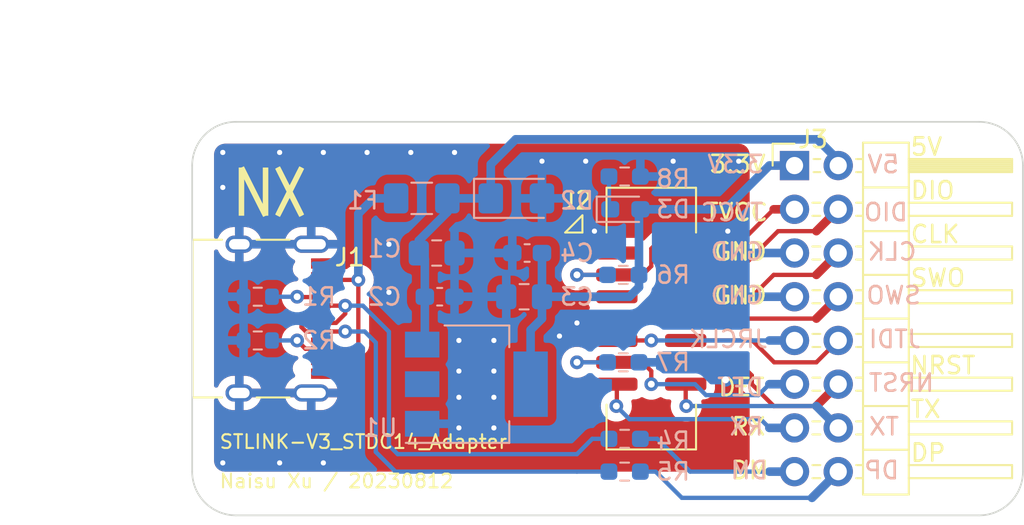
<source format=kicad_pcb>
(kicad_pcb (version 20221018) (generator pcbnew)
  (layers (0 "F.Cu" signal) (31 "B.Cu" signal) (34 "B.Paste" user) (35 "F.Paste" user) (36 "B.SilkS" user "B.Silkscreen") (37 "F.SilkS" user "F.Silkscreen") (38 "B.Mask" user) (39 "F.Mask" user) (44 "Edge.Cuts" user))
  (net 0 "")
  (net 1 "+5V")
  (net 2 "GND")
  (net 3 "+3V3")
  (net 4 "Net-(J3-Pin_15)")
  (net 5 "Net-(D3-K)")
  (net 6 "/5Vin")
  (net 7 "Net-(J1-CC1)")
  (net 8 "/DP")
  (net 9 "/DM")
  (net 11 "Net-(J1-CC2)")
  (net 15 "/T-VCC")
  (net 16 "/JTMS{slash}SWDIO")
  (net 17 "/JCLK{slash}SWCLK")
  (net 18 "/JTDO{slash}SWO")
  (net 19 "/JRCLK")
  (net 20 "/JTDI")
  (net 21 "/GNDDETECT")
  (net 22 "/NRST")
  (net 23 "/RX")
  (net 24 "/TX")
  (net 25 "Net-(J3-Pin_16)")
  (footprint "Connector_PinHeader_2.54mm:PinHeader_2x08_P2.54mm_Horizontal" (layer "F.Cu") (at 151.83 77.47)
    (fp_text reference "J3" (at 1.078 -1.524) (layer "F.SilkS"))
    (fp_text value "DC3")
    (fp_line (start -1.27 -1.27) (end 0 -1.27) (stroke (width 0.12)) (layer "F.SilkS"))
    (fp_line (start -1.27 0) (end -1.27 -1.27) (stroke (width 0.12)) (layer "F.SilkS"))
    (fp_line (start 1.042929 2.16) (end 1.497071 2.16) (stroke (width 0.12)) (layer "F.SilkS"))
    (fp_line (start 1.042929 2.92) (end 1.497071 2.92) (stroke (width 0.12)) (layer "F.SilkS"))
    (fp_line (start 1.042929 4.7) (end 1.497071 4.7) (stroke (width 0.12)) (layer "F.SilkS"))
    (fp_line (start 1.042929 5.46) (end 1.497071 5.46) (stroke (width 0.12)) (layer "F.SilkS"))
    (fp_line (start 1.042929 7.24) (end 1.497071 7.24) (stroke (width 0.12)) (layer "F.SilkS"))
    (fp_line (start 1.042929 8) (end 1.497071 8) (stroke (width 0.12)) (layer "F.SilkS"))
    (fp_line (start 1.042929 9.78) (end 1.497071 9.78) (stroke (width 0.12)) (layer "F.SilkS"))
    (fp_line (start 1.042929 10.54) (end 1.497071 10.54) (stroke (width 0.12)) (layer "F.SilkS"))
    (fp_line (start 1.042929 12.32) (end 1.497071 12.32) (stroke (width 0.12)) (layer "F.SilkS"))
    (fp_line (start 1.042929 13.08) (end 1.497071 13.08) (stroke (width 0.12)) (layer "F.SilkS"))
    (fp_line (start 1.042929 14.86) (end 1.497071 14.86) (stroke (width 0.12)) (layer "F.SilkS"))
    (fp_line (start 1.042929 15.62) (end 1.497071 15.62) (stroke (width 0.12)) (layer "F.SilkS"))
    (fp_line (start 1.042929 17.4) (end 1.497071 17.4) (stroke (width 0.12)) (layer "F.SilkS"))
    (fp_line (start 1.042929 18.16) (end 1.497071 18.16) (stroke (width 0.12)) (layer "F.SilkS"))
    (fp_line (start 1.11 -0.38) (end 1.497071 -0.38) (stroke (width 0.12)) (layer "F.SilkS"))
    (fp_line (start 1.11 0.38) (end 1.497071 0.38) (stroke (width 0.12)) (layer "F.SilkS"))
    (fp_line (start 3.582929 -0.38) (end 3.98 -0.38) (stroke (width 0.12)) (layer "F.SilkS"))
    (fp_line (start 3.582929 0.38) (end 3.98 0.38) (stroke (width 0.12)) (layer "F.SilkS"))
    (fp_line (start 3.582929 2.16) (end 3.98 2.16) (stroke (width 0.12)) (layer "F.SilkS"))
    (fp_line (start 3.582929 2.92) (end 3.98 2.92) (stroke (width 0.12)) (layer "F.SilkS"))
    (fp_line (start 3.582929 4.7) (end 3.98 4.7) (stroke (width 0.12)) (layer "F.SilkS"))
    (fp_line (start 3.582929 5.46) (end 3.98 5.46) (stroke (width 0.12)) (layer "F.SilkS"))
    (fp_line (start 3.582929 7.24) (end 3.98 7.24) (stroke (width 0.12)) (layer "F.SilkS"))
    (fp_line (start 3.582929 8) (end 3.98 8) (stroke (width 0.12)) (layer "F.SilkS"))
    (fp_line (start 3.582929 9.78) (end 3.98 9.78) (stroke (width 0.12)) (layer "F.SilkS"))
    (fp_line (start 3.582929 10.54) (end 3.98 10.54) (stroke (width 0.12)) (layer "F.SilkS"))
    (fp_line (start 3.582929 12.32) (end 3.98 12.32) (stroke (width 0.12)) (layer "F.SilkS"))
    (fp_line (start 3.582929 13.08) (end 3.98 13.08) (stroke (width 0.12)) (layer "F.SilkS"))
    (fp_line (start 3.582929 14.86) (end 3.98 14.86) (stroke (width 0.12)) (layer "F.SilkS"))
    (fp_line (start 3.582929 15.62) (end 3.98 15.62) (stroke (width 0.12)) (layer "F.SilkS"))
    (fp_line (start 3.582929 17.4) (end 3.98 17.4) (stroke (width 0.12)) (layer "F.SilkS"))
    (fp_line (start 3.582929 18.16) (end 3.98 18.16) (stroke (width 0.12)) (layer "F.SilkS"))
    (fp_line (start 3.98 -1.33) (end 3.98 19.11) (stroke (width 0.12)) (layer "F.SilkS"))
    (fp_line (start 3.98 1.27) (end 6.64 1.27) (stroke (width 0.12)) (layer "F.SilkS"))
    (fp_line (start 3.98 3.81) (end 6.64 3.81) (stroke (width 0.12)) (layer "F.SilkS"))
    (fp_line (start 3.98 6.35) (end 6.64 6.35) (stroke (width 0.12)) (layer "F.SilkS"))
    (fp_line (start 3.98 8.89) (end 6.64 8.89) (stroke (width 0.12)) (layer "F.SilkS"))
    (fp_line (start 3.98 11.43) (end 6.64 11.43) (stroke (width 0.12)) (layer "F.SilkS"))
    (fp_line (start 3.98 13.97) (end 6.64 13.97) (stroke (width 0.12)) (layer "F.SilkS"))
    (fp_line (start 3.98 16.51) (end 6.64 16.51) (stroke (width 0.12)) (layer "F.SilkS"))
    (fp_line (start 3.98 19.11) (end 6.64 19.11) (stroke (width 0.12)) (layer "F.SilkS"))
    (fp_line (start 6.64 -1.33) (end 3.98 -1.33) (stroke (width 0.12)) (layer "F.SilkS"))
    (fp_line (start 6.64 -0.38) (end 12.64 -0.38) (stroke (width 0.12)) (layer "F.SilkS"))
    (fp_line (start 6.64 -0.32) (end 12.64 -0.32) (stroke (width 0.12)) (layer "F.SilkS"))
    (fp_line (start 6.64 -0.2) (end 12.64 -0.2) (stroke (width 0.12)) (layer "F.SilkS"))
    (fp_line (start 6.64 -0.08) (end 12.64 -0.08) (stroke (width 0.12)) (layer "F.SilkS"))
    (fp_line (start 6.64 0.04) (end 12.64 0.04) (stroke (width 0.12)) (layer "F.SilkS"))
    (fp_line (start 6.64 0.16) (end 12.64 0.16) (stroke (width 0.12)) (layer "F.SilkS"))
    (fp_line (start 6.64 0.28) (end 12.64 0.28) (stroke (width 0.12)) (layer "F.SilkS"))
    (fp_line (start 6.64 2.16) (end 12.64 2.16) (stroke (width 0.12)) (layer "F.SilkS"))
    (fp_line (start 6.64 4.7) (end 12.64 4.7) (stroke (width 0.12)) (layer "F.SilkS"))
    (fp_line (start 6.64 7.24) (end 12.64 7.24) (stroke (width 0.12)) (layer "F.SilkS"))
    (fp_line (start 6.64 9.78) (end 12.64 9.78) (stroke (width 0.12)) (layer "F.SilkS"))
    (fp_line (start 6.64 12.32) (end 12.64 12.32) (stroke (width 0.12)) (layer "F.SilkS"))
    (fp_line (start 6.64 14.86) (end 12.64 14.86) (stroke (width 0.12)) (layer "F.SilkS"))
    (fp_line (start 6.64 17.4) (end 12.64 17.4) (stroke (width 0.12)) (layer "F.SilkS"))
    (fp_line (start 6.64 19.11) (end 6.64 -1.33) (stroke (width 0.12)) (layer "F.SilkS"))
    (fp_line (start 12.64 -0.38) (end 12.64 0.38) (stroke (width 0.12)) (layer "F.SilkS"))
    (fp_line (start 12.64 0.38) (end 6.64 0.38) (stroke (width 0.12)) (layer "F.SilkS"))
    (fp_line (start 12.64 2.16) (end 12.64 2.92) (stroke (width 0.12)) (layer "F.SilkS"))
    (fp_line (start 12.64 2.92) (end 6.64 2.92) (stroke (width 0.12)) (layer "F.SilkS"))
    (fp_line (start 12.64 4.7) (end 12.64 5.46) (stroke (width 0.12)) (layer "F.SilkS"))
    (fp_line (start 12.64 5.46) (end 6.64 5.46) (stroke (width 0.12)) (layer "F.SilkS"))
    (fp_line (start 12.64 7.24) (end 12.64 8) (stroke (width 0.12)) (layer "F.SilkS"))
    (fp_line (start 12.64 8) (end 6.64 8) (stroke (width 0.12)) (layer "F.SilkS"))
    (fp_line (start 12.64 9.78) (end 12.64 10.54) (stroke (width 0.12)) (layer "F.SilkS"))
    (fp_line (start 12.64 10.54) (end 6.64 10.54) (stroke (width 0.12)) (layer "F.SilkS"))
    (fp_line (start 12.64 12.32) (end 12.64 13.08) (stroke (width 0.12)) (layer "F.SilkS"))
    (fp_line (start 12.64 13.08) (end 6.64 13.08) (stroke (width 0.12)) (layer "F.SilkS"))
    (fp_line (start 12.64 14.86) (end 12.64 15.62) (stroke (width 0.12)) (layer "F.SilkS"))
    (fp_line (start 12.64 15.62) (end 6.64 15.62) (stroke (width 0.12)) (layer "F.SilkS"))
    (fp_line (start 12.64 17.4) (end 12.64 18.16) (stroke (width 0.12)) (layer "F.SilkS"))
    (fp_line (start 12.64 18.16) (end 6.64 18.16) (stroke (width 0.12)) (layer "F.SilkS"))
    (pad "1" thru_hole rect (at 0 0) (size 1.7 1.7) (drill 1) (layers "*.Cu" "*.Mask") (net 3 "+3V3"))
    (pad "2" thru_hole oval (at 2.54 0) (size 1.7 1.7) (drill 1) (layers "*.Cu" "*.Mask") (net 1 "+5V"))
    (pad "3" thru_hole oval (at 0 2.54) (size 1.7 1.7) (drill 1) (layers "*.Cu" "*.Mask") (net 15 "/T-VCC"))
    (pad "4" thru_hole oval (at 2.54 2.54) (size 1.7 1.7) (drill 1) (layers "*.Cu" "*.Mask") (net 16 "/JTMS{slash}SWDIO"))
    (pad "5" thru_hole oval (at 0 5.08) (size 1.7 1.7) (drill 1) (layers "*.Cu" "*.Mask") (net 2 "GND"))
    (pad "6" thru_hole oval (at 2.54 5.08) (size 1.7 1.7) (drill 1) (layers "*.Cu" "*.Mask") (net 17 "/JCLK{slash}SWCLK"))
    (pad "7" thru_hole oval (at 0 7.62) (size 1.7 1.7) (drill 1) (layers "*.Cu" "*.Mask") (net 2 "GND"))
    (pad "8" thru_hole oval (at 2.54 7.62) (size 1.7 1.7) (drill 1) (layers "*.Cu" "*.Mask") (net 18 "/JTDO{slash}SWO"))
    (pad "9" thru_hole oval (at 0 10.16) (size 1.7 1.7) (drill 1) (layers "*.Cu" "*.Mask") (net 19 "/JRCLK"))
    (pad "10" thru_hole oval (at 2.54 10.16) (size 1.7 1.7) (drill 1) (layers "*.Cu" "*.Mask") (net 20 "/JTDI"))
    (pad "11" thru_hole oval (at 0 12.7) (size 1.7 1.7) (drill 1) (layers "*.Cu" "*.Mask") (net 21 "/GNDDETECT"))
    (pad "12" thru_hole oval (at 2.54 12.7) (size 1.7 1.7) (drill 1) (layers "*.Cu" "*.Mask") (net 22 "/NRST"))
    (pad "13" thru_hole oval (at 0 15.24) (size 1.7 1.7) (drill 1) (layers "*.Cu" "*.Mask") (net 23 "/RX"))
    (pad "14" thru_hole oval (at 2.54 15.24) (size 1.7 1.7) (drill 1) (layers "*.Cu" "*.Mask") (net 24 "/TX"))
    (pad "15" thru_hole oval (at 0 17.78) (size 1.7 1.7) (drill 1) (layers "*.Cu" "*.Mask") (net 4 "Net-(J3-Pin_15)"))
    (pad "16" thru_hole oval (at 2.54 17.78) (size 1.7 1.7) (drill 1) (layers "*.Cu" "*.Mask") (net 25 "Net-(J3-Pin_16)"))
  )
  (footprint "0_ungrouped:USB_C_16P_4Foot8.64mm" (layer "F.Cu") (at 120.65 86.36 -90)
    (fp_text reference "J1" (at -3.556 -5.334 -180) (layer "F.SilkS"))
    (fp_text value "USB_C_16P")
    (fp_line (start -4.58 -1.85) (end -4.58 0.07) (stroke (width 0.12)) (layer "F.SilkS"))
    (fp_line (start -4.58 3.785) (end -4.58 2.08) (stroke (width 0.12)) (layer "F.SilkS"))
    (fp_line (start 4.58 0.07) (end 4.58 -1.85) (stroke (width 0.12)) (layer "F.SilkS"))
    (fp_line (start 4.58 2.08) (end 4.58 3.785) (stroke (width 0.12)) (layer "F.SilkS"))
    (fp_line (start 4.58 3.785) (end -4.58 3.785) (stroke (width 0.12)) (layer "F.SilkS"))
    (pad "" np_thru_hole circle (at -2.89 -2.605 270) (size 0.65 0.65) (drill 0.65) (layers "*.Cu" "*.Mask"))
    (pad "" np_thru_hole circle (at 2.89 -2.605 270) (size 0.65 0.65) (drill 0.65) (layers "*.Cu" "*.Mask"))
    (pad "A1" smd rect (at -3.35 -3.67 270) (size 0.3 1.15) (layers "F.Cu" "F.Paste" "F.Mask") (net 2 "GND"))
    (pad "A4" smd rect (at -2.55 -3.67 270) (size 0.3 1.15) (layers "F.Cu" "F.Paste" "F.Mask") (net 6 "/5Vin"))
    (pad "A5" smd rect (at -1.25 -3.67 270) (size 0.3 1.15) (layers "F.Cu" "F.Paste" "F.Mask") (net 7 "Net-(J1-CC1)"))
    (pad "A6" smd rect (at -0.25 -3.67 270) (size 0.3 1.15) (layers "F.Cu" "F.Paste" "F.Mask") (net 8 "/DP"))
    (pad "A7" smd rect (at 0.25 -3.67 270) (size 0.3 1.15) (layers "F.Cu" "F.Paste" "F.Mask") (net 9 "/DM"))
    (pad "A8" smd rect (at 1.25 -3.67 270) (size 0.3 1.15) (layers "F.Cu" "F.Paste" "F.Mask"))
    (pad "A9" smd rect (at 2.55 -3.67 270) (size 0.3 1.15) (layers "F.Cu" "F.Paste" "F.Mask") (net 6 "/5Vin"))
    (pad "A12" smd rect (at 3.35 -3.67 270) (size 0.3 1.15) (layers "F.Cu" "F.Paste" "F.Mask") (net 2 "GND"))
    (pad "B1" smd rect (at 3.05 -3.67 270) (size 0.3 1.15) (layers "F.Cu" "F.Paste" "F.Mask") (net 2 "GND"))
    (pad "B4" smd rect (at 2.25 -3.67 270) (size 0.3 1.15) (layers "F.Cu" "F.Paste" "F.Mask") (net 6 "/5Vin"))
    (pad "B5" smd rect (at 1.75 -3.67 270) (size 0.3 1.15) (layers "F.Cu" "F.Paste" "F.Mask") (net 11 "Net-(J1-CC2)"))
    (pad "B6" smd rect (at 0.75 -3.67 270) (size 0.3 1.15) (layers "F.Cu" "F.Paste" "F.Mask") (net 8 "/DP"))
    (pad "B7" smd rect (at -0.75 -3.67 270) (size 0.3 1.15) (layers "F.Cu" "F.Paste" "F.Mask") (net 9 "/DM"))
    (pad "B8" smd rect (at -1.75 -3.67 270) (size 0.3 1.15) (layers "F.Cu" "F.Paste" "F.Mask"))
    (pad "B9" smd rect (at -2.25 -3.67 270) (size 0.3 1.15) (layers "F.Cu" "F.Paste" "F.Mask") (net 6 "/5Vin"))
    (pad "B12" smd rect (at -3.05 -3.67 270) (size 0.3 1.15) (layers "F.Cu" "F.Paste" "F.Mask") (net 2 "GND"))
    (pad "S1" thru_hole oval (at -4.32 -3.105 270) (size 1 2.1) (drill oval 0.6 1.7) (layers "*.Cu" "*.Mask") (net 2 "GND"))
    (pad "S1" thru_hole oval (at -4.32 1.075 270) (size 1 1.6) (drill oval 0.6 1.2) (layers "*.Cu" "*.Mask") (net 2 "GND"))
    (pad "S1" thru_hole oval (at 4.32 -3.105 270) (size 1 2.1) (drill oval 0.6 1.7) (layers "*.Cu" "*.Mask") (net 2 "GND"))
    (pad "S1" thru_hole oval (at 4.32 1.075 270) (size 1 1.6) (drill oval 0.6 1.2) (layers "*.Cu" "*.Mask") (net 2 "GND"))
  )
  (footprint "0_ungrouped:DC3_SMD_14P_1.27mm" (layer "F.Cu") (at 143.51 86.36)
    (fp_text reference "J2" (at -4.318 -6.858 unlocked) (layer "F.SilkS"))
    (fp_text value "STDC14")
    (fp_line (start -5 -5) (end -4 -6) (stroke (width 0.12)) (layer "F.SilkS"))
    (fp_line (start -4 -6) (end -4 -5) (stroke (width 0.12)) (layer "F.SilkS"))
    (fp_line (start -4 -5) (end -5 -5) (stroke (width 0.12)) (layer "F.SilkS"))
    (fp_line (start -2.6 -7.6) (end 2.6 -7.6) (stroke (width 0.12)) (layer "F.SilkS"))
    (fp_line (start -2.6 -5) (end -2.6 -7.6) (stroke (width 0.12)) (layer "F.SilkS"))
    (fp_line (start -2.6 5) (end -2.6 7.6) (stroke (width 0.12)) (layer "F.SilkS"))
    (fp_line (start -2.6 7.6) (end 2.6 7.6) (stroke (width 0.12)) (layer "F.SilkS"))
    (fp_line (start 2.6 -7.6) (end 2.6 -5) (stroke (width 0.12)) (layer "F.SilkS"))
    (fp_line (start 2.6 7.6) (end 2.6 5) (stroke (width 0.12)) (layer "F.SilkS"))
    (pad "1" smd roundrect (at -2 -3.81) (size 2.4 0.76) (layers "F.Cu" "F.Paste" "F.Mask"))
    (pad "2" smd roundrect (at 2 -3.81) (size 2.4 0.76) (layers "F.Cu" "F.Paste" "F.Mask"))
    (pad "3" smd roundrect (at -2 -2.54) (size 2.4 0.76) (layers "F.Cu" "F.Paste" "F.Mask") (net 15 "/T-VCC"))
    (pad "4" smd roundrect (at 2 -2.54) (size 2.4 0.76) (layers "F.Cu" "F.Paste" "F.Mask") (net 16 "/JTMS{slash}SWDIO"))
    (pad "5" smd roundrect (at -2 -1.27) (size 2.4 0.76) (layers "F.Cu" "F.Paste" "F.Mask") (net 2 "GND"))
    (pad "6" smd roundrect (at 2 -1.27) (size 2.4 0.76) (layers "F.Cu" "F.Paste" "F.Mask") (net 17 "/JCLK{slash}SWCLK"))
    (pad "7" smd roundrect (at -2 0) (size 2.4 0.76) (layers "F.Cu" "F.Paste" "F.Mask") (net 2 "GND"))
    (pad "8" smd roundrect (at 2 0) (size 2.4 0.76) (layers "F.Cu" "F.Paste" "F.Mask") (net 18 "/JTDO{slash}SWO"))
    (pad "9" smd roundrect (at -2 1.27) (size 2.4 0.76) (layers "F.Cu" "F.Paste" "F.Mask") (net 19 "/JRCLK"))
    (pad "10" smd roundrect (at 2 1.27) (size 2.4 0.76) (layers "F.Cu" "F.Paste" "F.Mask") (net 20 "/JTDI"))
    (pad "11" smd roundrect (at -2 2.54) (size 2.4 0.76) (layers "F.Cu" "F.Paste" "F.Mask") (net 21 "/GNDDETECT"))
    (pad "12" smd roundrect (at 2 2.54) (size 2.4 0.76) (layers "F.Cu" "F.Paste" "F.Mask") (net 22 "/NRST"))
    (pad "13" smd roundrect (at -2 3.81) (size 2.4 0.76) (layers "F.Cu" "F.Paste" "F.Mask") (net 23 "/RX"))
    (pad "14" smd roundrect (at 2 3.81) (size 2.4 0.76) (layers "F.Cu" "F.Paste" "F.Mask") (net 24 "/TX"))
  )
  (footprint "0_ungrouped:logo-nx_4.0x3.0mm" (layer "F.Cu") (at 121.412 78.994)
    (fp_text reference "G***" hide)
    (fp_text value "LOGO" hide)
    (fp_poly (pts (xy -1.565071 -1.478724) (xy -1.560318 -1.469554) (xy -1.547163 -1.443579) (xy -1.526153 -1.401889) (xy -1.497834 -1.345573) (xy -1.462753 -1.275719) (xy -1.421455 -1.193417) (xy -1.374487 -1.099756) (xy -1.322395 -0.995826) (xy -1.265724 -0.882716) (xy -1.205023 -0.761514) (xy -1.140836 -0.633309) (xy -1.07371 -0.499192) (xy -1.016647 -0.385151) (xy -0.471103 0.705278) (xy -0.470552 -0.352639) (xy -0.47 -1.410555) (xy -0.15 -1.410555) (xy -0.15 1.390548) (xy -0.22525 1.390548) (xy -0.268017 1.391758) (xy -0.300973 1.396881) (xy -0.333369 1.408153) (xy -0.37 1.425562) (xy -0.403912 1.442174) (xy -0.430901 1.454521) (xy -0.446057 1.460378) (xy -0.447272 1.460575) (xy -0.452644 1.451805) (xy -0.466397 1.426216) (xy -0.487978 1.384894) (xy -0.516839 1.328924) (xy -0.552429 1.259389) (xy -0.594196 1.177374) (xy -0.641592 1.083964) (xy -0.694065 0.980243) (xy -0.751065 0.867296) (xy -0.812041 0.746208) (xy -0.876444 0.618062) (xy -0.943722 0.483944) (xy -1.001964 0.367645) (xy -1.548884 -0.725285) (xy -1.549442 0.332631) (xy -1.55 1.390548) (xy -1.87 1.390548) (xy -1.87 -1.410555) (xy -1.789751 -1.410555) (xy -1.745868 -1.411545) (xy -1.713002 -1.415923) (xy -1.682212 -1.425801) (xy -1.644554 -1.443288) (xy -1.638726 -1.446211) (xy -1.605332 -1.462499) (xy -1.579632 -1.474025) (xy -1.56607 -1.478827)) (fill solid) (layer "F.SilkS"))
    (fp_poly (pts (xy 1.664922 -1.476286) (xy 1.690768 -1.464673) (xy 1.726133 -1.447661) (xy 1.767277 -1.427169) (xy 1.810463 -1.405112) (xy 1.851951 -1.38341) (xy 1.888005 -1.363978) (xy 1.914884 -1.348735) (xy 1.928852 -1.339598) (xy 1.93 -1.338168) (xy 1.925634 -1.328186) (xy 1.913005 -1.301733) (xy 1.89281 -1.260225) (xy 1.86575 -1.205076) (xy 1.832523 -1.137703) (xy 1.793829 -1.059519) (xy 1.750367 -0.971941) (xy 1.702835 -0.876383) (xy 1.651935 -0.774261) (xy 1.599985 -0.670234) (xy 1.26997 -0.010004) (xy 1.599985 0.650226) (xy 1.653487 0.757365) (xy 1.704297 0.859312) (xy 1.751718 0.954654) (xy 1.795049 1.041973) (xy 1.833591 1.119857) (xy 1.866645 1.186888) (xy 1.893512 1.241652) (xy 1.913492 1.282735) (xy 1.925886 1.308719) (xy 1.93 1.318161) (xy 1.921621 1.324618) (xy 1.898979 1.337875) (xy 1.865812 1.356013) (xy 1.825857 1.377116) (xy 1.782854 1.399265) (xy 1.74054 1.420545) (xy 1.702654 1.439036) (xy 1.672934 1.452823) (xy 1.655119 1.459987) (xy 1.652332 1.460575) (xy 1.646659 1.451871) (xy 1.632875 1.426778) (xy 1.611764 1.386827) (xy 1.584112 1.33355) (xy 1.550705 1.268476) (xy 1.512328 1.193136) (xy 1.469766 1.109061) (xy 1.423805 1.017782) (xy 1.375231 0.920828) (xy 1.37 0.910359) (xy 1.321241 0.812915) (xy 1.275083 0.720982) (xy 1.232302 0.63609) (xy 1.193678 0.559767) (xy 1.159988 0.493543) (xy 1.132012 0.43895) (xy 1.110528 0.397516) (xy 1.096315 0.37077) (xy 1.09015 0.360244) (xy 1.09 0.360142) (xy 1.084742 0.368843) (xy 1.071352 0.393927) (xy 1.050608 0.433864) (xy 1.023289 0.487123) (xy 0.990173 0.552176) (xy 0.95204 0.627491) (xy 0.909666 0.711541) (xy 0.863832 0.802794) (xy 0.815314 0.899721) (xy 0.81 0.910359) (xy 0.761149 1.007822) (xy 0.714753 1.099753) (xy 0.671604 1.184624) (xy 0.632496 1.260904) (xy 0.598221 1.327064) (xy 0.569572 1.381575) (xy 0.547342 1.422906) (xy 0.532324 1.449528) (xy 0.52531 1.459912) (xy 0.525072 1.459998) (xy 0.512998 1.455497) (xy 0.486528 1.443497) (xy 0.449073 1.425609) (xy 0.404044 1.403444) (xy 0.3825 1.392645) (xy 0.336039 1.368739) (xy 0.296697 1.347558) (xy 0.267601 1.33086) (xy 0.251879 1.320404) (xy 0.25 1.318163) (xy 0.254365 1.308181) (xy 0.266994 1.281728) (xy 0.287189 1.240219) (xy 0.314249 1.18507) (xy 0.347476 1.117696) (xy 0.38617 1.039512) (xy 0.429633 0.951933) (xy 0.477164 0.856376) (xy 0.528065 0.754254) (xy 0.580014 0.650226) (xy 0.910029 -0.010004) (xy 0.580014 -0.670234) (xy 0.526512 -0.777372) (xy 0.475702 -0.87932) (xy 0.428281 -0.974661) (xy 0.38495 -1.061981) (xy 0.346408 -1.139864) (xy 0.313354 -1.206895) (xy 0.286487 -1.26166) (xy 0.266507 -1.302742) (xy 0.254113 -1.328726) (xy 0.25 -1.338168) (xy 0.258378 -1.344626) (xy 0.28102 -1.357882) (xy 0.314187 -1.37602) (xy 0.354142 -1.397123) (xy 0.397145 -1.419273) (xy 0.439459 -1.440552) (xy 0.477345 -1.459044) (xy 0.507065 -1.47283) (xy 0.52488 -1.479994) (xy 0.527667 -1.480583) (xy 0.53334 -1.471878) (xy 0.547124 -1.446785) (xy 0.568235 -1.406835) (xy 0.595887 -1.353557) (xy 0.629294 -1.288483) (xy 0.667671 -1.213143) (xy 0.710233 -1.129068) (xy 0.756194 -1.037789) (xy 0.804768 -0.940836) (xy 0.81 -0.930366) (xy 0.858758 -0.832923) (xy 0.904916 -0.74099) (xy 0.947697 -0.656097) (xy 0.986321 -0.579774) (xy 1.020011 -0.513551) (xy 1.047987 -0.458957) (xy 1.069471 -0.417523) (xy 1.083684 -0.390778) (xy 1.089849 -0.380251) (xy 1.09 -0.380149) (xy 1.095257 -0.388851) (xy 1.108647 -0.413934) (xy 1.129391 -0.453871) (xy 1.15671 -0.50713) (xy 1.189826 -0.572183) (xy 1.227959 -0.647499) (xy 1.270333 -0.731548) (xy 1.316167 -0.822801) (xy 1.364685 -0.919728) (xy 1.37 -0.930366) (xy 1.418803 -1.027827) (xy 1.465076 -1.119776) (xy 1.508033 -1.204681) (xy 1.546887 -1.281012) (xy 1.580854 -1.347238) (xy 1.609149 -1.401829) (xy 1.630985 -1.443254) (xy 1.645577 -1.469983) (xy 1.652141 -1.480484) (xy 1.652332 -1.480583)) (fill solid) (layer "F.SilkS"))
  )
  (footprint "Capacitor_SMD:C_0805_2012Metric_Pad1.18x1.45mm_HandSolder" (layer "B.Cu") (at 131.0425 82.55)
    (fp_text reference "C1" (at -3.0265 -0.254) (layer "B.SilkS") (effects (justify mirror)))
    (fp_text value "4.7uF")
    (fp_line (start -0.261252 -0.735) (end 0.261252 -0.735) (stroke (width 0.12)) (layer "B.SilkS"))
    (fp_line (start -0.261252 0.735) (end 0.261252 0.735) (stroke (width 0.12)) (layer "B.SilkS"))
    (pad "1" smd roundrect (at -1.0375 0) (size 1.175 1.45) (layers "B.Cu" "B.Paste" "B.Mask") (roundrect_rratio 0.2127659574) (net 1 "+5V"))
    (pad "2" smd roundrect (at 1.0375 0) (size 1.175 1.45) (layers "B.Cu" "B.Paste" "B.Mask") (roundrect_rratio 0.2127659574) (net 2 "GND"))
  )
  (footprint "Capacitor_SMD:C_0603_1608Metric_Pad1.08x0.95mm_HandSolder" (layer "B.Cu") (at 131.2175 85.09)
    (fp_text reference "C2" (at -3.2015 0) (layer "B.SilkS") (effects (justify mirror)))
    (fp_text value "100nF")
    (fp_line (start -0.146267 -0.51) (end 0.146267 -0.51) (stroke (width 0.12)) (layer "B.SilkS"))
    (fp_line (start -0.146267 0.51) (end 0.146267 0.51) (stroke (width 0.12)) (layer "B.SilkS"))
    (pad "1" smd roundrect (at -0.8625 0) (size 1.075 0.95) (layers "B.Cu" "B.Paste" "B.Mask") (net 1 "+5V"))
    (pad "2" smd roundrect (at 0.8625 0) (size 1.075 0.95) (layers "B.Cu" "B.Paste" "B.Mask") (net 2 "GND"))
  )
  (footprint "Resistor_SMD:R_0603_1608Metric_Pad0.98x0.95mm_HandSolder" (layer "B.Cu") (at 141.9625 95.25)
    (fp_text reference "R5" (at 2.8175 0) (layer "B.SilkS") (effects (justify mirror)))
    (fp_text value "0R")
    (fp_line (start -0.254724 -0.5225) (end 0.254724 -0.5225) (stroke (width 0.12)) (layer "B.SilkS"))
    (fp_line (start -0.254724 0.5225) (end 0.254724 0.5225) (stroke (width 0.12)) (layer "B.SilkS"))
    (pad "1" smd roundrect (at -0.9125 0) (size 0.975 0.95) (layers "B.Cu" "B.Paste" "B.Mask") (net 8 "/DP"))
    (pad "2" smd roundrect (at 0.9125 0) (size 0.975 0.95) (layers "B.Cu" "B.Paste" "B.Mask") (net 25 "Net-(J3-Pin_16)"))
  )
  (footprint "Resistor_SMD:R_0603_1608Metric" (layer "B.Cu") (at 120.65 87.63)
    (fp_text reference "R2" (at 3.556 0) (layer "B.SilkS") (effects (justify mirror)))
    (fp_text value "5.1K")
    (fp_line (start -0.237258 -0.5225) (end 0.237258 -0.5225) (stroke (width 0.12)) (layer "B.SilkS"))
    (fp_line (start -0.237258 0.5225) (end 0.237258 0.5225) (stroke (width 0.12)) (layer "B.SilkS"))
    (pad "1" smd roundrect (at -0.825 0) (size 0.8 0.95) (layers "B.Cu" "B.Paste" "B.Mask") (net 2 "GND"))
    (pad "2" smd roundrect (at 0.825 0) (size 0.8 0.95) (layers "B.Cu" "B.Paste" "B.Mask") (net 11 "Net-(J1-CC2)"))
  )
  (footprint "Resistor_SMD:R_0603_1608Metric" (layer "B.Cu") (at 120.65 85.09)
    (fp_text reference "R1" (at 3.556 0) (layer "B.SilkS") (effects (justify mirror)))
    (fp_text value "5.1K")
    (fp_line (start -0.237258 -0.5225) (end 0.237258 -0.5225) (stroke (width 0.12)) (layer "B.SilkS"))
    (fp_line (start -0.237258 0.5225) (end 0.237258 0.5225) (stroke (width 0.12)) (layer "B.SilkS"))
    (pad "1" smd roundrect (at -0.825 0) (size 0.8 0.95) (layers "B.Cu" "B.Paste" "B.Mask") (net 2 "GND"))
    (pad "2" smd roundrect (at 0.825 0) (size 0.8 0.95) (layers "B.Cu" "B.Paste" "B.Mask") (net 7 "Net-(J1-CC1)"))
  )
  (footprint "Capacitor_SMD:C_0805_2012Metric_Pad1.18x1.45mm_HandSolder" (layer "B.Cu") (at 136.1225 85.09 180)
    (fp_text reference "C3" (at -3.0695 0) (layer "B.SilkS") (effects (justify mirror)))
    (fp_text value "4.7uF")
    (fp_line (start -0.261252 -0.735) (end 0.261252 -0.735) (stroke (width 0.12)) (layer "B.SilkS"))
    (fp_line (start -0.261252 0.735) (end 0.261252 0.735) (stroke (width 0.12)) (layer "B.SilkS"))
    (pad "1" smd roundrect (at -1.0375 0 180) (size 1.175 1.45) (layers "B.Cu" "B.Paste" "B.Mask") (roundrect_rratio 0.2127659574) (net 3 "+3V3"))
    (pad "2" smd roundrect (at 1.0375 0 180) (size 1.175 1.45) (layers "B.Cu" "B.Paste" "B.Mask") (roundrect_rratio 0.2127659574) (net 2 "GND"))
  )
  (footprint "LED_SMD:LED_0603_1608Metric_Pad1.05x0.95mm_HandSolder" (layer "B.Cu") (at 142 80.01)
    (fp_text reference "D3" (at 2.78 0) (layer "B.SilkS") (effects (justify mirror)))
    (fp_text value "RED")
    (fp_line (start -1.66 -0.735) (end 0.8 -0.735) (stroke (width 0.12)) (layer "B.SilkS"))
    (fp_line (start -1.66 0.735) (end -1.66 -0.735) (stroke (width 0.12)) (layer "B.SilkS"))
    (fp_line (start 0.8 0.735) (end -1.66 0.735) (stroke (width 0.12)) (layer "B.SilkS"))
    (pad "1" smd roundrect (at -0.875 0) (size 1.05 0.95) (layers "B.Cu" "B.Paste" "B.Mask") (net 5 "Net-(D3-K)"))
    (pad "2" smd roundrect (at 0.875 0) (size 1.05 0.95) (layers "B.Cu" "B.Paste" "B.Mask") (net 3 "+3V3"))
  )
  (footprint "Capacitor_SMD:C_0603_1608Metric_Pad1.08x0.95mm_HandSolder" (layer "B.Cu") (at 136.2975 82.55 180)
    (fp_text reference "C4" (at -2.8945 0) (layer "B.SilkS") (effects (justify mirror)))
    (fp_text value "100nF")
    (fp_line (start -0.146267 -0.51) (end 0.146267 -0.51) (stroke (width 0.12)) (layer "B.SilkS"))
    (fp_line (start -0.146267 0.51) (end 0.146267 0.51) (stroke (width 0.12)) (layer "B.SilkS"))
    (pad "1" smd roundrect (at -0.8625 0 180) (size 1.075 0.95) (layers "B.Cu" "B.Paste" "B.Mask") (net 3 "+3V3"))
    (pad "2" smd roundrect (at 0.8625 0 180) (size 1.075 0.95) (layers "B.Cu" "B.Paste" "B.Mask") (net 2 "GND"))
  )
  (footprint "Resistor_SMD:R_0603_1608Metric_Pad0.98x0.95mm_HandSolder" (layer "B.Cu") (at 141.8825 88.9 180)
    (fp_text reference "R7" (at -2.8975 0) (layer "B.SilkS") (effects (justify mirror)))
    (fp_text value "0R")
    (fp_line (start -0.254724 -0.5225) (end 0.254724 -0.5225) (stroke (width 0.12)) (layer "B.SilkS"))
    (fp_line (start -0.254724 0.5225) (end 0.254724 0.5225) (stroke (width 0.12)) (layer "B.SilkS"))
    (pad "1" smd roundrect (at -0.9125 0 180) (size 0.975 0.95) (layers "B.Cu" "B.Paste" "B.Mask") (net 2 "GND"))
    (pad "2" smd roundrect (at 0.9125 0 180) (size 0.975 0.95) (layers "B.Cu" "B.Paste" "B.Mask") (net 21 "/GNDDETECT"))
  )
  (footprint "Diode_SMD:D_1206_3216Metric_Pad1.42x1.75mm_HandSolder" (layer "B.Cu") (at 135.6725 79.375)
    (fp_text reference "D2" (at 3.5195 0.127) (layer "B.SilkS") (effects (justify mirror)))
    (fp_text value "SMF6.0A")
    (fp_line (start -2.46 -1.135) (end 1.6 -1.135) (stroke (width 0.12)) (layer "B.SilkS"))
    (fp_line (start -2.46 1.135) (end -2.46 -1.135) (stroke (width 0.12)) (layer "B.SilkS"))
    (fp_line (start 1.6 1.135) (end -2.46 1.135) (stroke (width 0.12)) (layer "B.SilkS"))
    (pad "1" smd roundrect (at -1.4875 0) (size 1.425 1.75) (layers "B.Cu" "B.Paste" "B.Mask") (roundrect_rratio 0.1754392982) (net 1 "+5V"))
    (pad "2" smd roundrect (at 1.4875 0) (size 1.425 1.75) (layers "B.Cu" "B.Paste" "B.Mask") (roundrect_rratio 0.1754392982) (net 2 "GND"))
  )
  (footprint "Resistor_SMD:R_0603_1608Metric_Pad0.98x0.95mm_HandSolder" (layer "B.Cu") (at 141.9625 78.105)
    (fp_text reference "R8" (at 2.8175 0.127) (layer "B.SilkS") (effects (justify mirror)))
    (fp_text value "5.1k")
    (fp_line (start -0.254724 -0.5225) (end 0.254724 -0.5225) (stroke (width 0.12)) (layer "B.SilkS"))
    (fp_line (start -0.254724 0.5225) (end 0.254724 0.5225) (stroke (width 0.12)) (layer "B.SilkS"))
    (pad "1" smd roundrect (at -0.9125 0) (size 0.975 0.95) (layers "B.Cu" "B.Paste" "B.Mask") (net 5 "Net-(D3-K)"))
    (pad "2" smd roundrect (at 0.9125 0) (size 0.975 0.95) (layers "B.Cu" "B.Paste" "B.Mask") (net 2 "GND"))
  )
  (footprint "Resistor_SMD:R_0603_1608Metric_Pad0.98x0.95mm_HandSolder" (layer "B.Cu") (at 141.8825 83.82 180)
    (fp_text reference "R6" (at -2.8975 0) (layer "B.SilkS") (effects (justify mirror)))
    (fp_text value "0R")
    (fp_line (start -0.254724 -0.5225) (end 0.254724 -0.5225) (stroke (width 0.12)) (layer "B.SilkS"))
    (fp_line (start -0.254724 0.5225) (end 0.254724 0.5225) (stroke (width 0.12)) (layer "B.SilkS"))
    (pad "1" smd roundrect (at -0.9125 0 180) (size 0.975 0.95) (layers "B.Cu" "B.Paste" "B.Mask") (net 3 "+3V3"))
    (pad "2" smd roundrect (at 0.9125 0 180) (size 0.975 0.95) (layers "B.Cu" "B.Paste" "B.Mask") (net 15 "/T-VCC"))
  )
  (footprint "Fuse:Fuse_1206_3216Metric_Pad1.42x1.75mm_HandSolder" (layer "B.Cu") (at 130.175 79.375 180)
    (fp_text reference "F1" (at 3.429 -0.127) (layer "B.SilkS") (effects (justify mirror)))
    (fp_text value "1A/6V")
    (fp_line (start -0.602064 -0.91) (end 0.602064 -0.91) (stroke (width 0.12)) (layer "B.SilkS"))
    (fp_line (start -0.602064 0.91) (end 0.602064 0.91) (stroke (width 0.12)) (layer "B.SilkS"))
    (pad "1" smd roundrect (at -1.4875 0 180) (size 1.425 1.75) (layers "B.Cu" "B.Paste" "B.Mask") (roundrect_rratio 0.1754392982) (net 1 "+5V"))
    (pad "2" smd roundrect (at 1.4875 0 180) (size 1.425 1.75) (layers "B.Cu" "B.Paste" "B.Mask") (roundrect_rratio 0.1754392982) (net 6 "/5Vin"))
  )
  (footprint "Resistor_SMD:R_0603_1608Metric_Pad0.98x0.95mm_HandSolder" (layer "B.Cu") (at 141.9625 93.345)
    (fp_text reference "R4" (at 2.8175 0.127) (layer "B.SilkS") (effects (justify mirror)))
    (fp_text value "0R")
    (fp_line (start -0.254724 -0.5225) (end 0.254724 -0.5225) (stroke (width 0.12)) (layer "B.SilkS"))
    (fp_line (start -0.254724 0.5225) (end 0.254724 0.5225) (stroke (width 0.12)) (layer "B.SilkS"))
    (pad "1" smd roundrect (at -0.9125 0) (size 0.975 0.95) (layers "B.Cu" "B.Paste" "B.Mask") (net 9 "/DM"))
    (pad "2" smd roundrect (at 0.9125 0) (size 0.975 0.95) (layers "B.Cu" "B.Paste" "B.Mask") (net 4 "Net-(J3-Pin_15)"))
  )
  (footprint "Package_TO_SOT_SMD:SOT-223-3_TabPin2" (layer "B.Cu") (at 133.35 90.17)
    (fp_text reference "U1" (at -5.588 2.54) (layer "B.SilkS") (effects (justify mirror)))
    (fp_text value "1117-3.3V")
    (fp_line (start -4.1 3.41) (end 1.91 3.41) (stroke (width 0.12)) (layer "B.SilkS"))
    (fp_line (start -1.85 -3.41) (end 1.91 -3.41) (stroke (width 0.12)) (layer "B.SilkS"))
    (fp_line (start 1.91 -3.41) (end 1.91 -2.15) (stroke (width 0.12)) (layer "B.SilkS"))
    (fp_line (start 1.91 3.41) (end 1.91 2.15) (stroke (width 0.12)) (layer "B.SilkS"))
    (pad "1" smd rect (at -3.15 2.3) (size 2 1.5) (layers "B.Cu" "B.Paste" "B.Mask") (net 2 "GND"))
    (pad "2" smd rect (at -3.15 0) (size 2 1.5) (layers "B.Cu" "B.Paste" "B.Mask") (net 3 "+3V3"))
    (pad "2" smd rect (at 3.15 0) (size 2 3.8) (layers "B.Cu" "B.Paste" "B.Mask") (net 3 "+3V3"))
    (pad "3" smd rect (at -3.15 -2.3) (size 2 1.5) (layers "B.Cu" "B.Paste" "B.Mask") (net 1 "+5V"))
  )
  (gr_arc (start 162.56 74.93) (mid 164.356051 75.673949) (end 165.1 77.47) (stroke (width 0.1)) (layer "Edge.Cuts"))
  (gr_line (start 119.38 74.93) (end 162.56 74.93) (stroke (width 0.1)) (layer "Edge.Cuts"))
  (gr_line (start 116.84 77.47) (end 116.84 95.25) (stroke (width 0.1)) (layer "Edge.Cuts"))
  (gr_line (start 162.56 97.79) (end 119.38 97.79) (stroke (width 0.1)) (layer "Edge.Cuts"))
  (gr_arc (start 119.38 97.79) (mid 117.583949 97.046051) (end 116.84 95.25) (stroke (width 0.1)) (layer "Edge.Cuts"))
  (gr_arc (start 165.1 95.25) (mid 164.356051 97.046051) (end 162.56 97.79) (stroke (width 0.1)) (layer "Edge.Cuts"))
  (gr_line (start 165.1 77.47) (end 165.1 95.25) (stroke (width 0.1)) (layer "Edge.Cuts"))
  (gr_arc (start 116.84 77.47) (mid 117.583949 75.673949) (end 119.38 74.93) (stroke (width 0.1)) (layer "Edge.Cuts"))
  (gr_text "DM" (at 150.368 95.758) (layer "B.SilkS") (effects (font (size 1 1)) (justify left bottom mirror)))
  (gr_text "5V" (at 157.988 77.978) (layer "B.SilkS") (effects (font (size 1 1)) (justify left bottom mirror)))
  (gr_text "SWO" (at 159.258 85.598) (layer "B.SilkS") (effects (font (size 1 1)) (justify left bottom mirror)))
  (gr_text "3.3V" (at 150.114 77.978) (layer "B.SilkS") (effects (font (size 1 1)) (justify left bottom mirror)))
  (gr_text "CLK" (at 159.004 83.058) (layer "B.SilkS") (effects (font (size 1 1)) (justify left bottom mirror)))
  (gr_text "TVCC" (at 150.114 80.772) (layer "B.SilkS") (effects (font (size 1 1)) (justify left bottom mirror)))
  (gr_text "RX" (at 150.114 93.218) (layer "B.SilkS") (effects (font (size 1 1)) (justify left bottom mirror)))
  (gr_text "DET" (at 150.114 90.932) (layer "B.SilkS") (effects (font (size 1 1)) (justify left bottom mirror)))
  (gr_text "GND" (at 150.114 83.058) (layer "B.SilkS") (effects (font (size 1 1)) (justify left bottom mirror)))
  (gr_text "JRCLK" (at 150.368 88.138) (layer "B.SilkS") (effects (font (size 1 1)) (justify left bottom mirror)))
  (gr_text "NRST" (at 160.02 90.678) (layer "B.SilkS") (effects (font (size 1 1)) (justify left bottom mirror)))
  (gr_text "JTDI" (at 159.258 88.138) (layer "B.SilkS") (effects (font (size 1 1)) (justify left bottom mirror)))
  (gr_text "DIO" (at 158.496 80.772) (layer "B.SilkS") (effects (font (size 1 1)) (justify left bottom mirror)))
  (gr_text "DP" (at 157.988 95.758) (layer "B.SilkS") (effects (font (size 1 1)) (justify left bottom mirror)))
  (gr_text "GND" (at 150.114 85.598) (layer "B.SilkS") (effects (font (size 1 1)) (justify left bottom mirror)))
  (gr_text "TX" (at 157.988 93.218) (layer "B.SilkS") (effects (font (size 1 1)) (justify left bottom mirror)))
  (gr_text "DM" (at 148.082 95.758) (layer "F.SilkS") (effects (font (size 1 1)) (justify left bottom)))
  (gr_text "DET" (at 147.32 90.932) (layer "F.SilkS") (effects (font (size 1 1)) (justify left bottom)))
  (gr_text "CLK" (at 158.496 82.042) (layer "F.SilkS") (effects (font (size 1 1)) (justify left bottom)))
  (gr_text "TX" (at 158.496 92.202) (layer "F.SilkS") (effects (font (size 1 1)) (justify left bottom)))
  (gr_text "RX" (at 148.082 93.218) (layer "F.SilkS") (effects (font (size 1 1)) (justify left bottom)))
  (gr_text "Naisu Xu / 20230812" (at 118.364 96.266) (layer "F.SilkS") (effects (font (size 0.8 0.8) (thickness 0.12)) (justify left bottom)))
  (gr_text "NRST" (at 158.47 89.662) (layer "F.SilkS") (effects (font (size 1 1)) (justify left bottom)))
  (gr_text "TVCC" (at 146.558 80.772) (layer "F.SilkS") (effects (font (size 1 1)) (justify left bottom)))
  (gr_text "DP" (at 158.496 94.742) (layer "F.SilkS") (effects (font (size 1 1)) (justify left bottom)))
  (gr_text "STLINK-V3_STDC14_Adapter" (at 118.364 93.98) (layer "F.SilkS") (effects (font (size 0.8 0.8) (thickness 0.12)) (justify left bottom)))
  (gr_text "GND" (at 147.066 83.058) (layer "F.SilkS") (effects (font (size 1 1)) (justify left bottom)))
  (gr_text "SWO" (at 158.496 84.582) (layer "F.SilkS") (effects (font (size 1 1)) (justify left bottom)))
  (gr_text "5V" (at 158.496 76.962) (layer "F.SilkS") (effects (font (size 1 1)) (justify left bottom)))
  (gr_text "DIO" (at 158.496 79.502) (layer "F.SilkS") (effects (font (size 1 1)) (justify left bottom)))
  (gr_text "GND" (at 147.066 85.598) (layer "F.SilkS") (effects (font (size 1 1)) (justify left bottom)))
  (gr_text "3.3V" (at 146.812 77.978) (layer "F.SilkS") (effects (font (size 1 1)) (justify left bottom)))
  (segment (start 130.355 82.9) (end 130.005 82.55) (width 0.5) (layer "B.Cu") (net 1))
  (segment (start 134.185 77.397) (end 135.636 75.946) (width 0.5) (layer "B.Cu") (net 1))
  (segment (start 154.37 77.154) (end 154.37 77.47) (width 0.5) (layer "B.Cu") (net 1))
  (segment (start 130.355 87.715) (end 130.2 87.87) (width 0.5) (layer "B.Cu") (net 1))
  (segment (start 131.6625 79.375) (end 134.185 79.375) (width 0.5) (layer "B.Cu") (net 1))
  (segment (start 130.355 85.09) (end 130.355 87.715) (width 0.5) (layer "B.Cu") (net 1))
  (segment (start 153.162 75.946) (end 154.37 77.154) (width 0.5) (layer "B.Cu") (net 1))
  (segment (start 134.185 79.375) (end 134.185 77.397) (width 0.5) (layer "B.Cu") (net 1))
  (segment (start 130.355 85.09) (end 130.355 82.9) (width 0.5) (layer "B.Cu") (net 1))
  (segment (start 130.005 81.831) (end 130.005 82.55) (width 0.5) (layer "B.Cu") (net 1))
  (segment (start 131.6625 79.375) (end 131.6625 80.1735) (width 0.5) (layer "B.Cu") (net 1))
  (segment (start 131.6625 80.1735) (end 130.005 81.831) (width 0.5) (layer "B.Cu") (net 1))
  (segment (start 135.636 75.946) (end 153.162 75.946) (width 0.5) (layer "B.Cu") (net 1))
  (segment (start 141.51 85.09) (end 139.7 85.09) (width 0.5) (layer "F.Cu") (net 2))
  (segment (start 141.51 86.36) (end 139.446 86.36) (width 0.5) (layer "F.Cu") (net 2))
  (segment (start 139.446 86.36) (end 139.192 86.614) (width 0.5) (layer "F.Cu") (net 2))
  (segment (start 124.32 83.31) (end 124.32 83.01) (width 0.25) (layer "F.Cu") (net 2))
  (segment (start 124.32 89.41) (end 124.32 89.71) (width 0.25) (layer "F.Cu") (net 2))
  (via (at 118.618 78.74) (size 0.6) (drill 0.3) (layers "F.Cu" "B.Cu") (net 2))
  (via (at 118.618 94.742) (size 0.6) (drill 0.3) (layers "F.Cu" "B.Cu") (net 2))
  (via (at 129.54 76.708) (size 0.6) (drill 0.3) (layers "F.Cu" "B.Cu") (net 2))
  (via (at 121.92 76.708) (size 0.6) (drill 0.3) (layers "F.Cu" "B.Cu") (net 2))
  (via (at 127 76.708) (size 0.6) (drill 0.3) (layers "F.Cu" "B.Cu") (net 2))
  (via (at 121.92 94.742) (size 0.6) (drill 0.3) (layers "F.Cu" "B.Cu") (net 2))
  (via (at 140.208 81.28) (size 0.6) (drill 0.3) (layers "F.Cu" "B.Cu") (net 2))
  (via (at 124.46 94.742) (size 0.6) (drill 0.3) (layers "F.Cu" "B.Cu") (net 2))
  (via (at 144.78 77.216) (size 0.6) (drill 0.3) (layers "F.Cu" "B.Cu") (net 2))
  (via (at 139.7 77.216) (size 0.6) (drill 0.3) (layers "F.Cu" "B.Cu") (net 2))
  (via (at 147.828 89.916) (size 0.8) (drill 0.4) (layers "F.Cu" "B.Cu") (net 2))
  (via (at 132.334 92.71) (size 0.6) (drill 0.3) (layers "F.Cu" "B.Cu") (net 2))
  (via (at 128.27 82.042) (size 0.6) (drill 0.3) (layers "F.Cu" "B.Cu") (net 2))
  (via (at 132.08 76.708) (size 0.6) (drill 0.3) (layers "F.Cu" "B.Cu") (net 2))
  (via (at 134.366 87.63) (size 0.6) (drill 0.3) (layers "F.Cu" "B.Cu") (net 2))
  (via (at 137.16 77.216) (size 0.6) (drill 0.3) (layers "F.Cu" "B.Cu") (net 2))
  (via (at 132.334 89.408) (size 0.6) (drill 0.3) (layers "F.Cu" "B.Cu") (net 2))
  (via (at 132.334 90.932) (size 0.6) (drill 0.3) (layers "F.Cu" "B.Cu") (net 2))
  (via (at 134.366 92.71) (size 0.6) (drill 0.3) (layers "F.Cu" "B.Cu") (net 2))
  (via (at 138.176 87.376) (size 0.6) (drill 0.3) (layers "F.Cu" "B.Cu") (net 2))
  (via (at 132.334 87.63) (size 0.6) (drill 0.3) (layers "F.Cu" "B.Cu") (net 2))
  (via (at 134.366 90.932) (size 0.6) (drill 0.3) (layers "F.Cu" "B.Cu") (net 2))
  (via (at 124.46 76.708) (size 0.6) (drill 0.3) (layers "F.Cu" "B.Cu") (net 2))
  (via (at 128.27 84.836) (size 0.6) (drill 0.3) (layers "F.Cu" "B.Cu") (net 2))
  (via (at 147.955 81.28) (size 0.6) (drill 0.3) (layers "F.Cu" "B.Cu") (net 2))
  (via (at 148.59 77.216) (size 0.6) (drill 0.3) (layers "F.Cu" "B.Cu") (net 2))
  (via (at 134.366 89.408) (size 0.6) (drill 0.3) (layers "F.Cu" "B.Cu") (net 2))
  (via (at 118.618 76.708) (size 0.6) (drill 0.3) (layers "F.Cu" "B.Cu") (net 2))
  (via (at 139.192 86.614) (size 0.6) (drill 0.3) (layers "F.Cu" "B.Cu") (net 2))
  (segment (start 151.83 85.09) (end 149.098 85.09) (width 0.5) (layer "B.Cu") (net 2))
  (segment (start 151.83 82.55) (end 149.098 82.55) (width 0.5) (layer "B.Cu") (net 2))
  (segment (start 142.795 83.82) (end 142.795 80.09) (width 0.5) (layer "B.Cu") (net 3))
  (segment (start 147.828 80.01) (end 150.368 77.47) (width 0.5) (layer "B.Cu") (net 3))
  (segment (start 142.24 85.09) (end 142.795 84.535) (width 0.5) (layer "B.Cu") (net 3))
  (segment (start 137.16 85.09) (end 137.16 82.55) (width 0.5) (layer "B.Cu") (net 3))
  (segment (start 142.875 80.01) (end 147.828 80.01) (width 0.5) (layer "B.Cu") (net 3))
  (segment (start 137.16 85.09) (end 142.24 85.09) (width 0.5) (layer "B.Cu") (net 3))
  (segment (start 137.16 86.36) (end 137.16 85.09) (width 0.5) (layer "B.Cu") (net 3))
  (segment (start 136.5 90.17) (end 136.5 87.02) (width 0.5) (layer "B.Cu") (net 3))
  (segment (start 136.5 87.02) (end 137.16 86.36) (width 0.5) (layer "B.Cu") (net 3))
  (segment (start 142.795 84.535) (end 142.795 83.82) (width 0.5) (layer "B.Cu") (net 3))
  (segment (start 142.795 80.09) (end 142.875 80.01) (width 0.5) (layer "B.Cu") (net 3))
  (segment (start 150.368 77.47) (end 151.83 77.47) (width 0.5) (layer "B.Cu") (net 3))
  (segment (start 150.368 95.25) (end 151.83 95.25) (width 0.5) (layer "B.Cu") (net 4))
  (segment (start 143.86 93.345) (end 145.765 95.25) (width 0.25) (layer "B.Cu") (net 4))
  (segment (start 145.765 95.25) (end 150.368 95.25) (width 0.25) (layer "B.Cu") (net 4))
  (segment (start 142.875 93.345) (end 143.86 93.345) (width 0.25) (layer "B.Cu") (net 4))
  (segment (start 141.05 79.935) (end 141.125 80.01) (width 0.25) (layer "B.Cu") (net 5))
  (segment (start 141.05 78.105) (end 141.05 79.935) (width 0.25) (layer "B.Cu") (net 5))
  (segment (start 126.492 84.11) (end 126.492 87.884) (width 0.25) (layer "F.Cu") (net 6))
  (segment (start 126.492 84.11) (end 124.32 84.11) (width 0.25) (layer "F.Cu") (net 6))
  (segment (start 126.492 87.884) (end 125.766 88.61) (width 0.25) (layer "F.Cu") (net 6))
  (segment (start 124.32 88.61) (end 124.32 88.91) (width 0.25) (layer "F.Cu") (net 6))
  (segment (start 124.32 83.81) (end 124.32 84.11) (width 0.25) (layer "F.Cu") (net 6))
  (segment (start 125.766 88.61) (end 124.32 88.61) (width 0.25) (layer "F.Cu") (net 6))
  (via (at 126.492 84.11) (size 0.8) (drill 0.4) (layers "F.Cu" "B.Cu") (net 6))
  (segment (start 126.492 84.11) (end 126.492 80.264) (width 0.5) (layer "B.Cu") (net 6))
  (segment (start 127.381 79.375) (end 128.6875 79.375) (width 0.5) (layer "B.Cu") (net 6))
  (segment (start 126.492 80.264) (end 127.381 79.375) (width 0.5) (layer "B.Cu") (net 6))
  (segment (start 124.32 85.11) (end 122.956 85.11) (width 0.25) (layer "F.Cu") (net 7))
  (segment (start 122.956 85.11) (end 122.936 85.09) (width 0.25) (layer "F.Cu") (net 7))
  (via (at 122.936 85.09) (size 0.8) (drill 0.4) (layers "F.Cu" "B.Cu") (net 7))
  (segment (start 122.936 85.09) (end 121.475 85.09) (width 0.25) (layer "B.Cu") (net 7))
  (segment (start 123.19 86.36) (end 123.44 86.11) (width 0.25) (layer "F.Cu") (net 8))
  (segment (start 123.445 87.11) (end 123.19 86.855) (width 0.25) (layer "F.Cu") (net 8))
  (segment (start 123.19 86.855) (end 123.19 86.36) (width 0.25) (layer "F.Cu") (net 8))
  (segment (start 124.32 87.11) (end 123.445 87.11) (width 0.25) (layer "F.Cu") (net 8))
  (segment (start 125.73 87.11) (end 124.32 87.11) (width 0.25) (layer "F.Cu") (net 8))
  (segment (start 123.44 86.11) (end 124.32 86.11) (width 0.25) (layer "F.Cu") (net 8))
  (via (at 125.73 87.11) (size 0.8) (drill 0.4) (layers "F.Cu" "B.Cu") (net 8))
  (segment (start 127.508 94.108396) (end 127.508 87.757) (width 0.25) (layer "B.Cu") (net 8))
  (segment (start 126.861 87.11) (end 125.73 87.11) (width 0.25) (layer "B.Cu") (net 8))
  (segment (start 127.508 87.757) (end 126.861 87.11) (width 0.25) (layer "B.Cu") (net 8))
  (segment (start 139.192 95.25) (end 141.05 95.25) (width 0.25) (layer "B.Cu") (net 8))
  (segment (start 128.649604 95.25) (end 127.508 94.108396) (width 0.25) (layer "B.Cu") (net 8))
  (segment (start 139.192 95.25) (end 128.649604 95.25) (width 0.25) (layer "B.Cu") (net 8))
  (segment (start 125.73 85.61) (end 124.32 85.61) (width 0.25) (layer "F.Cu") (net 9))
  (segment (start 125.73 86.075) (end 125.73 85.61) (width 0.25) (layer "F.Cu") (net 9))
  (segment (start 124.32 86.61) (end 125.195 86.61) (width 0.25) (layer "F.Cu") (net 9))
  (segment (start 125.195 86.61) (end 125.73 86.075) (width 0.25) (layer "F.Cu") (net 9))
  (via (at 125.73 85.61) (size 0.8) (drill 0.4) (layers "F.Cu" "B.Cu") (net 9))
  (segment (start 128.778 94.234) (end 128.27 93.726) (width 0.25) (layer "B.Cu") (net 9))
  (segment (start 128.27 93.726) (end 128.27 87.122) (width 0.25) (layer "B.Cu") (net 9))
  (segment (start 128.27 87.122) (end 126.758 85.61) (width 0.25) (layer "B.Cu") (net 9))
  (segment (start 140.081 93.345) (end 139.192 94.234) (width 0.25) (layer "B.Cu") (net 9))
  (segment (start 139.192 94.234) (end 128.778 94.234) (width 0.25) (layer "B.Cu") (net 9))
  (segment (start 141.05 93.345) (end 140.081 93.345) (width 0.25) (layer "B.Cu") (net 9))
  (segment (start 126.758 85.61) (end 125.73 85.61) (width 0.25) (layer "B.Cu") (net 9))
  (segment (start 123.416 88.11) (end 122.936 87.63) (width 0.25) (layer "F.Cu") (net 11))
  (segment (start 124.32 88.11) (end 123.416 88.11) (width 0.25) (layer "F.Cu") (net 11))
  (via (at 122.936 87.63) (size 0.8) (drill 0.4) (layers "F.Cu" "B.Cu") (net 11))
  (segment (start 122.936 87.63) (end 121.475 87.63) (width 0.25) (layer "B.Cu") (net 11))
  (segment (start 143.51 82.296) (end 143.51 83.312) (width 0.25) (layer "F.Cu") (net 15))
  (segment (start 148.20032 82.43168) (end 147.70968 82.43168) (width 0.25) (layer "F.Cu") (net 15))
  (segment (start 147.70968 82.43168) (end 146.812 81.534) (width 0.25) (layer "F.Cu") (net 15))
  (segment (start 150.622 80.01) (end 151.83 80.01) (width 0.5) (layer "F.Cu") (net 15))
  (segment (start 143.002 83.82) (end 141.51 83.82) (width 0.25) (layer "F.Cu") (net 15))
  (segment (start 143.51 83.312) (end 143.002 83.82) (width 0.25) (layer "F.Cu") (net 15))
  (segment (start 150.622 80.01) (end 148.20032 82.43168) (width 0.25) (layer "F.Cu") (net 15))
  (segment (start 146.812 81.534) (end 144.272 81.534) (width 0.25) (layer "F.Cu") (net 15))
  (segment (start 141.51 83.82) (end 139.192 83.82) (width 0.25) (layer "F.Cu") (net 15))
  (segment (start 144.272 81.534) (end 143.51 82.296) (width 0.25) (layer "F.Cu") (net 15))
  (via (at 139.192 83.82) (size 0.8) (drill 0.4) (layers "F.Cu" "B.Cu") (net 15))
  (segment (start 139.192 83.82) (end 140.97 83.82) (width 0.25) (layer "B.Cu") (net 15))
  (segment (start 153.1 81.28) (end 154.37 80.01) (width 0.5) (layer "F.Cu") (net 16))
  (segment (start 145.51 83.82) (end 148.336 83.82) (width 0.25) (layer "F.Cu") (net 16))
  (segment (start 148.336 83.82) (end 150.876 81.28) (width 0.25) (layer "F.Cu") (net 16))
  (segment (start 150.876 81.28) (end 153.1 81.28) (width 0.25) (layer "F.Cu") (net 16))
  (segment (start 153.1 83.82) (end 154.37 82.55) (width 0.5) (layer "F.Cu") (net 17))
  (segment (start 150.622 83.82) (end 153.1 83.82) (width 0.25) (layer "F.Cu") (net 17))
  (segment (start 149.352 85.09) (end 150.622 83.82) (width 0.25) (layer "F.Cu") (net 17))
  (segment (start 145.51 85.09) (end 149.352 85.09) (width 0.25) (layer "F.Cu") (net 17))
  (segment (start 153.1 86.36) (end 154.37 85.09) (width 0.5) (layer "F.Cu") (net 18))
  (segment (start 145.51 86.36) (end 153.1 86.36) (width 0.25) (layer "F.Cu") (net 18))
  (segment (start 141.51 87.63) (end 143.51 87.63) (width 0.25) (layer "F.Cu") (net 19))
  (via (at 143.51 87.63) (size 0.8) (drill 0.4) (layers "F.Cu" "B.Cu") (net 19))
  (segment (start 150.368 87.63) (end 143.51 87.63) (width 0.25) (layer "B.Cu") (net 19))
  (segment (start 150.368 87.63) (end 151.83 87.63) (width 0.5) (layer "B.Cu") (net 19))
  (segment (start 153.1 88.9) (end 154.37 87.63) (width 0.25) (layer "F.Cu") (net 20))
  (segment (start 150.64915 88.9) (end 153.1 88.9) (width 0.25) (layer "F.Cu") (net 20))
  (segment (start 149.37915 87.63) (end 150.64915 88.9) (width 0.25) (layer "F.Cu") (net 20))
  (segment (start 145.51 87.63) (end 149.37915 87.63) (width 0.25) (layer "F.Cu") (net 20))
  (segment (start 143.51 90.17) (end 143.51 89.408) (width 0.25) (layer "F.Cu") (net 21))
  (segment (start 143.002 88.9) (end 141.51 88.9) (width 0.25) (layer "F.Cu") (net 21))
  (segment (start 143.51 89.408) (end 143.002 88.9) (width 0.25) (layer "F.Cu") (net 21))
  (segment (start 141.51 88.9) (end 139.192 88.9) (width 0.25) (layer "F.Cu") (net 21))
  (via (at 143.51 90.17) (size 0.8) (drill 0.4) (layers "F.Cu" "B.Cu") (net 21))
  (via (at 139.192 88.9) (size 0.8) (drill 0.4) (layers "F.Cu" "B.Cu") (net 21))
  (segment (start 143.51 90.17) (end 146.05 90.17) (width 0.25) (layer "B.Cu") (net 21))
  (segment (start 150.368 90.17) (end 151.83 90.17) (width 0.5) (layer "B.Cu") (net 21))
  (segment (start 146.05 90.17) (end 146.685 90.805) (width 0.25) (layer "B.Cu") (net 21))
  (segment (start 146.685 90.805) (end 149.733 90.805) (width 0.25) (layer "B.Cu") (net 21))
  (segment (start 139.192 88.9) (end 140.97 88.9) (width 0.25) (layer "B.Cu") (net 21))
  (segment (start 149.733 90.805) (end 150.368 90.17) (width 0.25) (layer "B.Cu") (net 21))
  (segment (start 150.622 91.44) (end 153.1 91.44) (width 0.25) (layer "F.Cu") (net 22))
  (segment (start 153.1 91.44) (end 154.37 90.17) (width 0.5) (layer "F.Cu") (net 22))
  (segment (start 145.51 88.9) (end 148.59 88.9) (width 0.25) (layer "F.Cu") (net 22))
  (segment (start 149.352 89.662) (end 149.352 90.17) (width 0.25) (layer "F.Cu") (net 22))
  (segment (start 149.352 90.17) (end 150.622 91.44) (width 0.25) (layer "F.Cu") (net 22))
  (segment (start 148.59 88.9) (end 149.352 89.662) (width 0.25) (layer "F.Cu") (net 22))
  (segment (start 141.51 91.408) (end 141.51 90.17) (width 0.25) (layer "F.Cu") (net 23))
  (segment (start 141.478 91.44) (end 141.51 91.408) (width 0.25) (layer "F.Cu") (net 23))
  (via (at 141.478 91.44) (size 0.8) (drill 0.4) (layers "F.Cu" "B.Cu") (net 23))
  (segment (start 150.368 92.71) (end 151.83 92.71) (width 0.5) (layer "B.Cu") (net 23))
  (segment (start 141.478 91.44) (end 142.24 92.202) (width 0.25) (layer "B.Cu") (net 23))
  (segment (start 149.86 92.202) (end 150.368 92.71) (width 0.25) (layer "B.Cu") (net 23))
  (segment (start 142.24 92.202) (end 149.86 92.202) (width 0.25) (layer "B.Cu") (net 23))
  (segment (start 145.51 90.17) (end 145.51 91.408) (width 0.25) (layer "F.Cu") (net 24))
  (segment (start 145.51 91.408) (end 145.542 91.44) (width 0.25) (layer "F.Cu") (net 24))
  (via (at 145.542 91.44) (size 0.8) (drill 0.4) (layers "F.Cu" "B.Cu") (net 24))
  (segment (start 145.542 91.44) (end 153.1 91.44) (width 0.25) (layer "B.Cu") (net 24))
  (segment (start 153.1 91.44) (end 154.37 92.71) (width 0.5) (layer "B.Cu") (net 24))
  (segment (start 142.875 95.25) (end 143.764 95.25) (width 0.25) (layer "B.Cu") (net 25))
  (segment (start 143.764 95.25) (end 145.288 96.774) (width 0.25) (layer "B.Cu") (net 25))
  (segment (start 145.288 96.774) (end 152.846 96.774) (width 0.25) (layer "B.Cu") (net 25))
  (segment (start 152.846 96.774) (end 154.37 95.25) (width 0.5) (layer "B.Cu") (net 25))
  (zone (net 2) (net_name "GND") (layer "F.Cu") (connect_pads (clearance 0.5)) (min_thickness 0.25) (fill yes (thermal_gap 0.5) (thermal_bridge_width 0.5) (smoothing fillet) (radius 0.635))
    (polygon (pts (xy 118.11 76.2) (xy 118.11 95.25) (xy 149.225 95.25) (xy 149.225 76.2)))
  )
  (zone (net 2) (net_name "GND") (layer "B.Cu") (connect_pads (clearance 0.5)) (min_thickness 0.25) (fill yes (thermal_gap 0.5) (thermal_bridge_width 0.5) (smoothing fillet) (radius 0.635))
    (polygon (pts (xy 149.225 95.25) (xy 118.11 95.25) (xy 118.11 76.2) (xy 149.225 76.2)))
    (polygon (pts (xy 141.224 89.662) (xy 141.224 91.694) (xy 145.034 91.694) (xy 145.034 90.678) (xy 143.764 90.678) (xy 142.748 89.662)))
  )
)
</source>
